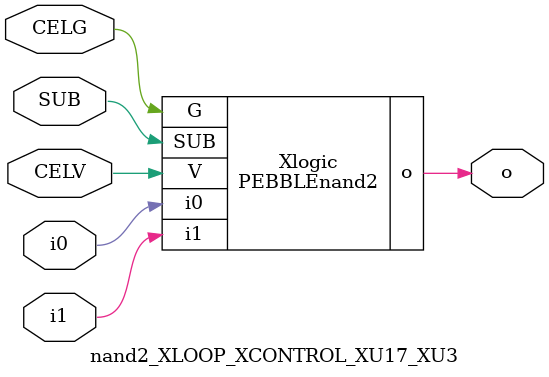
<source format=v>



module PEBBLEnand2 ( o, G, SUB, V, i0, i1 );

  input i0;
  input V;
  input i1;
  input G;
  output o;
  input SUB;
endmodule

//Celera Confidential Do Not Copy nand2_XLOOP_XCONTROL_XU17_XU3
//Celera Confidential Symbol Generator
//5V NAND2
module nand2_XLOOP_XCONTROL_XU17_XU3 (CELV,CELG,i0,i1,o,SUB);
input CELV;
input CELG;
input i0;
input i1;
input SUB;
output o;

//Celera Confidential Do Not Copy nand2
PEBBLEnand2 Xlogic(
.V (CELV),
.i0 (i0),
.i1 (i1),
.o (o),
.SUB (SUB),
.G (CELG)
);
//,diesize,PEBBLEnand2

//Celera Confidential Do Not Copy Module End
//Celera Schematic Generator
endmodule

</source>
